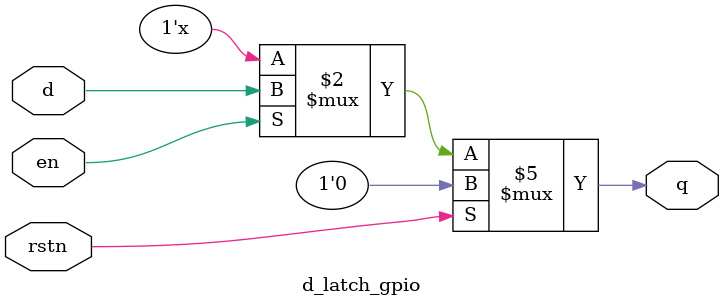
<source format=v>
module d_latch_gpio (  input d,           
                  input en,            
                  input rstn,        
                  output reg q);     
   always @ (en or rstn or d) begin  
      if (rstn) begin  
         q <= 0;
      end  
      
      else begin  
         if (en) begin 
            q <= d;  
         end
      end
   end
endmodule
</source>
